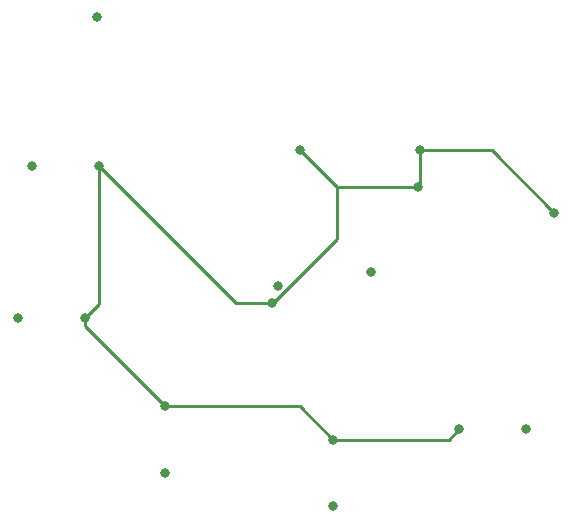
<source format=gbr>
%TF.GenerationSoftware,KiCad,Pcbnew,(6.0.5)*%
%TF.CreationDate,2023-05-26T14:33:47-04:00*%
%TF.ProjectId,Robocat Pin,526f626f-6361-4742-9050-696e2e6b6963,rev?*%
%TF.SameCoordinates,Original*%
%TF.FileFunction,Copper,L3,Inr*%
%TF.FilePolarity,Positive*%
%FSLAX46Y46*%
G04 Gerber Fmt 4.6, Leading zero omitted, Abs format (unit mm)*
G04 Created by KiCad (PCBNEW (6.0.5)) date 2023-05-26 14:33:47*
%MOMM*%
%LPD*%
G01*
G04 APERTURE LIST*
%TA.AperFunction,ViaPad*%
%ADD10C,0.800000*%
%TD*%
%TA.AperFunction,Conductor*%
%ADD11C,0.250000*%
%TD*%
G04 APERTURE END LIST*
D10*
%TO.N,/gnd*%
X52959000Y-72130000D03*
X60147200Y-50749200D03*
X47782161Y-60592300D03*
X60325000Y-47625000D03*
X38709600Y-69310600D03*
X33102200Y-48971200D03*
X71691800Y-52954400D03*
X31908400Y-61798200D03*
X63646400Y-71247000D03*
X50190400Y-47625000D03*
%TO.N,Net-(C2-Pad1)*%
X33000982Y-36357264D03*
X26308400Y-61798200D03*
X69246400Y-71247000D03*
X27502200Y-48971200D03*
X56184800Y-57937400D03*
X52959000Y-77730000D03*
X48264299Y-59143300D03*
X38709600Y-74910600D03*
%TD*%
D11*
%TO.N,/gnd*%
X52959000Y-72130000D02*
X62763400Y-72130000D01*
X47782161Y-60592300D02*
X44723300Y-60592300D01*
X33102200Y-60604400D02*
X31908400Y-61798200D01*
X60325000Y-47625000D02*
X66375100Y-47625000D01*
X33102200Y-48971200D02*
X33102200Y-60604400D01*
X66375100Y-47625000D02*
X66375100Y-47637700D01*
X38709600Y-69310600D02*
X50139600Y-69310600D01*
X60325000Y-50571400D02*
X60147200Y-50749200D01*
X53314600Y-50749200D02*
X53314600Y-55117613D01*
X53314600Y-55117613D02*
X47839913Y-60592300D01*
X62763400Y-72130000D02*
X63646400Y-71247000D01*
X31908400Y-61798200D02*
X31908400Y-62509400D01*
X60147200Y-50749200D02*
X53314600Y-50749200D01*
X50139600Y-69310600D02*
X52959000Y-72130000D01*
X44723300Y-60592300D02*
X33102200Y-48971200D01*
X31908400Y-62509400D02*
X38709600Y-69310600D01*
X53314600Y-50749200D02*
X50190400Y-47625000D01*
X60325000Y-47625000D02*
X60325000Y-50571400D01*
X66375100Y-47637700D02*
X71691800Y-52954400D01*
X47839913Y-60592300D02*
X47782161Y-60592300D01*
%TD*%
M02*

</source>
